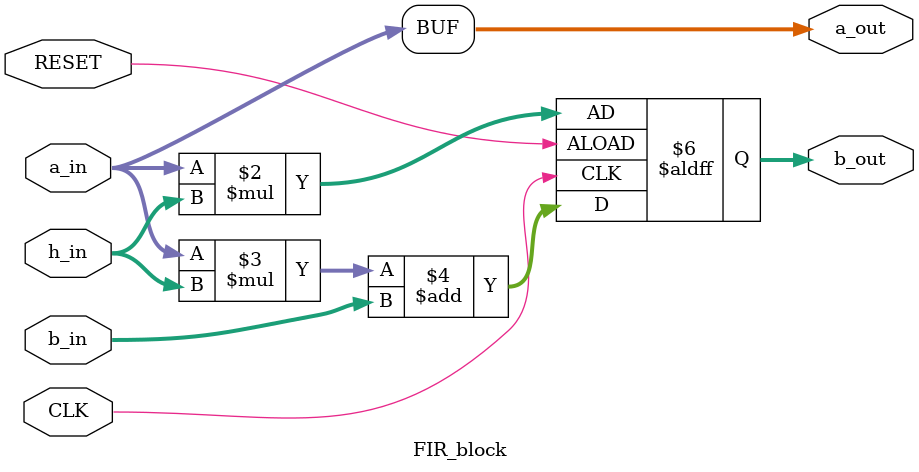
<source format=v>
`timescale 1ns / 1ps


module FIR_block #(parameter DWIDTH = 16)
(
    output reg signed [DWIDTH-1:0] a_out,
    output reg signed [2*DWIDTH-1:0] b_out,
    input signed [DWIDTH-1:0] a_in,
    input signed [2*DWIDTH-1:0] b_in,
    input signed [DWIDTH-1:0] h_in,
    input CLK,
    input RESET
    );
    
    always @ (posedge CLK or posedge RESET) 
    begin
        if(RESET)
        begin
            b_out = a_in * h_in;
        end
        else begin
            b_out = (a_in * h_in) + b_in; 
        end
    end
    
    always @(*)
    begin
        a_out = a_in;
    end
    
endmodule

</source>
